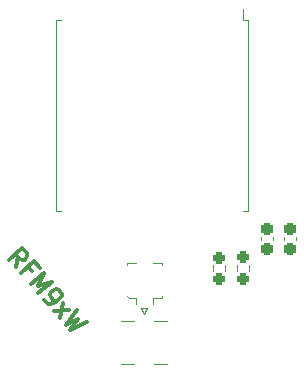
<source format=gto>
G04 #@! TF.GenerationSoftware,KiCad,Pcbnew,6.0.7+dfsg-1build1*
G04 #@! TF.CreationDate,2022-12-04T12:17:57+01:00*
G04 #@! TF.ProjectId,rfm9xw,72666d39-7877-42e6-9b69-6361645f7063,1*
G04 #@! TF.SameCoordinates,Original*
G04 #@! TF.FileFunction,Legend,Top*
G04 #@! TF.FilePolarity,Positive*
%FSLAX46Y46*%
G04 Gerber Fmt 4.6, Leading zero omitted, Abs format (unit mm)*
G04 Created by KiCad (PCBNEW 6.0.7+dfsg-1build1) date 2022-12-04 12:17:57*
%MOMM*%
%LPD*%
G01*
G04 APERTURE LIST*
G04 Aperture macros list*
%AMRoundRect*
0 Rectangle with rounded corners*
0 $1 Rounding radius*
0 $2 $3 $4 $5 $6 $7 $8 $9 X,Y pos of 4 corners*
0 Add a 4 corners polygon primitive as box body*
4,1,4,$2,$3,$4,$5,$6,$7,$8,$9,$2,$3,0*
0 Add four circle primitives for the rounded corners*
1,1,$1+$1,$2,$3*
1,1,$1+$1,$4,$5*
1,1,$1+$1,$6,$7*
1,1,$1+$1,$8,$9*
0 Add four rect primitives between the rounded corners*
20,1,$1+$1,$2,$3,$4,$5,0*
20,1,$1+$1,$4,$5,$6,$7,0*
20,1,$1+$1,$6,$7,$8,$9,0*
20,1,$1+$1,$8,$9,$2,$3,0*%
G04 Aperture macros list end*
%ADD10C,0.300000*%
%ADD11C,0.120000*%
%ADD12RoundRect,0.237500X-0.237500X0.300000X-0.237500X-0.300000X0.237500X-0.300000X0.237500X0.300000X0*%
%ADD13R,1.270000X3.600000*%
%ADD14R,1.350000X4.200000*%
%ADD15R,1.000000X2.000000*%
%ADD16RoundRect,0.237500X-0.237500X0.250000X-0.237500X-0.250000X0.237500X-0.250000X0.237500X0.250000X0*%
%ADD17R,1.000000X1.000000*%
%ADD18R,1.050000X2.200000*%
%ADD19R,1.700000X1.700000*%
%ADD20O,1.700000X1.700000*%
G04 APERTURE END LIST*
D10*
X89469114Y-69829330D02*
X89680163Y-68983362D01*
X88906778Y-69182436D02*
X90038842Y-68198348D01*
X90413733Y-68629610D01*
X90453548Y-68784287D01*
X90446501Y-68885057D01*
X90385547Y-69032687D01*
X90223824Y-69173271D01*
X90069147Y-69213086D01*
X89968377Y-69206040D01*
X89820747Y-69145085D01*
X89445856Y-68713823D01*
X90811882Y-70176380D02*
X90483852Y-69799026D01*
X89890866Y-70314501D02*
X91022931Y-69330412D01*
X91491544Y-69869490D01*
X90734371Y-71284842D02*
X91866435Y-70300753D01*
X91385847Y-71381028D01*
X92522494Y-71055463D01*
X91390430Y-72039551D01*
X91905905Y-72632537D02*
X92093350Y-72848169D01*
X92240981Y-72909123D01*
X92341750Y-72916169D01*
X92597196Y-72883401D01*
X92859689Y-72749863D01*
X93290951Y-72374972D01*
X93351906Y-72227342D01*
X93358952Y-72126573D01*
X93319137Y-71971896D01*
X93131692Y-71756264D01*
X92984061Y-71695310D01*
X92883292Y-71688264D01*
X92728615Y-71728078D01*
X92459076Y-71962385D01*
X92398122Y-72110016D01*
X92391075Y-72210785D01*
X92430890Y-72365462D01*
X92618335Y-72581093D01*
X92765966Y-72642048D01*
X92866735Y-72649094D01*
X93021412Y-72609279D01*
X92702548Y-73548970D02*
X93972732Y-73485897D01*
X93457257Y-72892911D02*
X93218023Y-74141956D01*
X94631255Y-73481315D02*
X93733498Y-74734942D01*
X94729561Y-74247653D01*
X94108389Y-75166205D01*
X95474760Y-74451656D01*
D11*
X112200000Y-67268733D02*
X112200000Y-67561267D01*
X113220000Y-67268733D02*
X113220000Y-67561267D01*
X101205000Y-74340000D02*
X102315000Y-74340000D01*
X98415000Y-74340000D02*
X99525000Y-74340000D01*
X100365000Y-73790000D02*
X100615000Y-73290000D01*
X100615000Y-73290000D02*
X100115000Y-73290000D01*
X100115000Y-73290000D02*
X100365000Y-73790000D01*
X101205000Y-78050000D02*
X102315000Y-78050000D01*
X98415000Y-78050000D02*
X99525000Y-78050000D01*
X109100000Y-48900000D02*
X108750000Y-48900000D01*
X108750000Y-48900000D02*
X108750000Y-48000000D01*
X93300000Y-48900000D02*
X92900000Y-48900000D01*
X109100000Y-65100000D02*
X108700000Y-65100000D01*
X109100000Y-48900000D02*
X109100000Y-65100000D01*
X92900000Y-48900000D02*
X92900000Y-65100000D01*
X92900000Y-65100000D02*
X93300000Y-65100000D01*
X109232500Y-69642776D02*
X109232500Y-70152224D01*
X108187500Y-69642776D02*
X108187500Y-70152224D01*
X110200000Y-67268733D02*
X110200000Y-67561267D01*
X111220000Y-67268733D02*
X111220000Y-67561267D01*
X107232500Y-69660276D02*
X107232500Y-70169724D01*
X106187500Y-69660276D02*
X106187500Y-70169724D01*
X101865000Y-69470000D02*
X101865000Y-69670000D01*
X99665000Y-72470000D02*
X99665000Y-72970000D01*
X101065000Y-69470000D02*
X101865000Y-69470000D01*
X101865000Y-72470000D02*
X101065000Y-72470000D01*
X99665000Y-72470000D02*
X99065000Y-72470000D01*
X101865000Y-72270000D02*
X101865000Y-72470000D01*
X101065000Y-72470000D02*
X101065000Y-72970000D01*
X98865000Y-69470000D02*
X99665000Y-69470000D01*
X99065000Y-72470000D02*
X98865000Y-72270000D01*
X98865000Y-69670000D02*
X98865000Y-69470000D01*
%LPC*%
D12*
X112710000Y-66552500D03*
X112710000Y-68277500D03*
D13*
X100365000Y-76250000D03*
D14*
X97540000Y-76050000D03*
X103190000Y-76050000D03*
D15*
X108000000Y-49000000D03*
X106000000Y-49000000D03*
X104000000Y-49000000D03*
X102000000Y-49000000D03*
X100000000Y-49000000D03*
X98000000Y-49000000D03*
X96000000Y-49000000D03*
X94000000Y-49000000D03*
X94000000Y-65000000D03*
X96000000Y-65000000D03*
X98000000Y-65000000D03*
X100000000Y-65000000D03*
X102000000Y-65000000D03*
X104000000Y-65000000D03*
X106000000Y-65000000D03*
X108000000Y-65000000D03*
D16*
X108710000Y-68985000D03*
X108710000Y-70810000D03*
D12*
X110710000Y-66552500D03*
X110710000Y-68277500D03*
D16*
X106710000Y-69002500D03*
X106710000Y-70827500D03*
D17*
X100365000Y-72470000D03*
D18*
X98890000Y-70970000D03*
D17*
X100365000Y-69470000D03*
D18*
X101840000Y-70970000D03*
D19*
X112430000Y-63315000D03*
D20*
X112430000Y-60775000D03*
X112430000Y-58235000D03*
X112430000Y-55695000D03*
X112430000Y-53155000D03*
X112430000Y-50615000D03*
X112430000Y-48075000D03*
D19*
X89570000Y-63315000D03*
D20*
X89570000Y-60775000D03*
X89570000Y-58235000D03*
X89570000Y-55695000D03*
X89570000Y-53155000D03*
X89570000Y-50615000D03*
X89570000Y-48075000D03*
M02*

</source>
